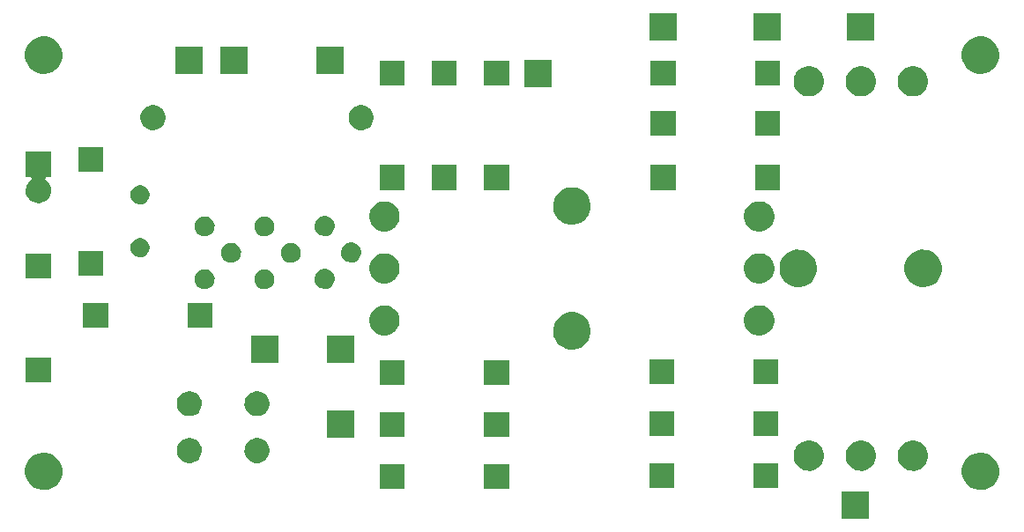
<source format=gbs>
G04 #@! TF.FileFunction,Soldermask,Bot*
%FSLAX46Y46*%
G04 Gerber Fmt 4.6, Leading zero omitted, Abs format (unit mm)*
G04 Created by KiCad (PCBNEW 4.0.5+dfsg1-4) date Sun May  6 19:35:37 2018*
%MOMM*%
%LPD*%
G01*
G04 APERTURE LIST*
%ADD10C,0.100000*%
G04 APERTURE END LIST*
D10*
G36*
X134317600Y-124567600D02*
X131682400Y-124567600D01*
X131682400Y-121932400D01*
X134317600Y-121932400D01*
X134317600Y-124567600D01*
X134317600Y-124567600D01*
G37*
G36*
X55189061Y-118201190D02*
X55534852Y-118272171D01*
X55860272Y-118408965D01*
X56152919Y-118606358D01*
X56401657Y-118856838D01*
X56597003Y-119150858D01*
X56731521Y-119477222D01*
X56799812Y-119822114D01*
X56799811Y-119822159D01*
X56800077Y-119823501D01*
X56794447Y-120226691D01*
X56794143Y-120228031D01*
X56794142Y-120228069D01*
X56716248Y-120570923D01*
X56572672Y-120893399D01*
X56369189Y-121181855D01*
X56113560Y-121425288D01*
X55815510Y-121614435D01*
X55486400Y-121742089D01*
X55138760Y-121803387D01*
X54785839Y-121795995D01*
X54441081Y-121720194D01*
X54117596Y-121578867D01*
X53827736Y-121377410D01*
X53582518Y-121123479D01*
X53391296Y-120826760D01*
X53261348Y-120498550D01*
X53197626Y-120151353D01*
X53202554Y-119798379D01*
X53275947Y-119453099D01*
X53415008Y-119128645D01*
X53614442Y-118837378D01*
X53866651Y-118590397D01*
X54162027Y-118397108D01*
X54489327Y-118264871D01*
X54836070Y-118198726D01*
X55189061Y-118201190D01*
X55189061Y-118201190D01*
G37*
G36*
X145189061Y-118201190D02*
X145534852Y-118272171D01*
X145860272Y-118408965D01*
X146152919Y-118606358D01*
X146401657Y-118856838D01*
X146597003Y-119150858D01*
X146731521Y-119477222D01*
X146799812Y-119822114D01*
X146799811Y-119822159D01*
X146800077Y-119823501D01*
X146794447Y-120226691D01*
X146794143Y-120228031D01*
X146794142Y-120228069D01*
X146716248Y-120570923D01*
X146572672Y-120893399D01*
X146369189Y-121181855D01*
X146113560Y-121425288D01*
X145815510Y-121614435D01*
X145486400Y-121742089D01*
X145138760Y-121803387D01*
X144785839Y-121795995D01*
X144441081Y-121720194D01*
X144117596Y-121578867D01*
X143827736Y-121377410D01*
X143582518Y-121123479D01*
X143391296Y-120826760D01*
X143261348Y-120498550D01*
X143197626Y-120151353D01*
X143202554Y-119798379D01*
X143275947Y-119453099D01*
X143415008Y-119128645D01*
X143614442Y-118837378D01*
X143866651Y-118590397D01*
X144162027Y-118397108D01*
X144489327Y-118264871D01*
X144836070Y-118198726D01*
X145189061Y-118201190D01*
X145189061Y-118201190D01*
G37*
G36*
X89699490Y-121699490D02*
X87300510Y-121699490D01*
X87300510Y-119300510D01*
X89699490Y-119300510D01*
X89699490Y-121699490D01*
X89699490Y-121699490D01*
G37*
G36*
X99702010Y-121699490D02*
X97303030Y-121699490D01*
X97303030Y-119300510D01*
X99702010Y-119300510D01*
X99702010Y-121699490D01*
X99702010Y-121699490D01*
G37*
G36*
X125590635Y-121626851D02*
X123191655Y-121626851D01*
X123191655Y-119227871D01*
X125590635Y-119227871D01*
X125590635Y-121626851D01*
X125590635Y-121626851D01*
G37*
G36*
X115588115Y-121626851D02*
X113189135Y-121626851D01*
X113189135Y-119227871D01*
X115588115Y-119227871D01*
X115588115Y-121626851D01*
X115588115Y-121626851D01*
G37*
G36*
X128652300Y-117050957D02*
X128930852Y-117108136D01*
X129192997Y-117218331D01*
X129428743Y-117377343D01*
X129629115Y-117579119D01*
X129786476Y-117815968D01*
X129894838Y-118078872D01*
X129949797Y-118356433D01*
X129949796Y-118356478D01*
X129950062Y-118357820D01*
X129945527Y-118682613D01*
X129945223Y-118683953D01*
X129945222Y-118683990D01*
X129882535Y-118959911D01*
X129766877Y-119219684D01*
X129602961Y-119452049D01*
X129397033Y-119648152D01*
X129156940Y-119800519D01*
X128891819Y-119903353D01*
X128611783Y-119952731D01*
X128327481Y-119946776D01*
X128049757Y-119885714D01*
X127789177Y-119771870D01*
X127555674Y-119609580D01*
X127358138Y-119405026D01*
X127204098Y-119166002D01*
X127099417Y-118901609D01*
X127048086Y-118621926D01*
X127052056Y-118337586D01*
X127111178Y-118059439D01*
X127223200Y-117798072D01*
X127383853Y-117563444D01*
X127587026Y-117364483D01*
X127824963Y-117208781D01*
X128088626Y-117102254D01*
X128367944Y-117048972D01*
X128652300Y-117050957D01*
X128652300Y-117050957D01*
G37*
G36*
X138652300Y-117050957D02*
X138930852Y-117108136D01*
X139192997Y-117218331D01*
X139428743Y-117377343D01*
X139629115Y-117579119D01*
X139786476Y-117815968D01*
X139894838Y-118078872D01*
X139949797Y-118356433D01*
X139949796Y-118356478D01*
X139950062Y-118357820D01*
X139945527Y-118682613D01*
X139945223Y-118683953D01*
X139945222Y-118683990D01*
X139882535Y-118959911D01*
X139766877Y-119219684D01*
X139602961Y-119452049D01*
X139397033Y-119648152D01*
X139156940Y-119800519D01*
X138891819Y-119903353D01*
X138611783Y-119952731D01*
X138327481Y-119946776D01*
X138049757Y-119885714D01*
X137789177Y-119771870D01*
X137555674Y-119609580D01*
X137358138Y-119405026D01*
X137204098Y-119166002D01*
X137099417Y-118901609D01*
X137048086Y-118621926D01*
X137052056Y-118337586D01*
X137111178Y-118059439D01*
X137223200Y-117798072D01*
X137383853Y-117563444D01*
X137587026Y-117364483D01*
X137824963Y-117208781D01*
X138088626Y-117102254D01*
X138367944Y-117048972D01*
X138652300Y-117050957D01*
X138652300Y-117050957D01*
G37*
G36*
X133652300Y-117050957D02*
X133930852Y-117108136D01*
X134192997Y-117218331D01*
X134428743Y-117377343D01*
X134629115Y-117579119D01*
X134786476Y-117815968D01*
X134894838Y-118078872D01*
X134949797Y-118356433D01*
X134949796Y-118356478D01*
X134950062Y-118357820D01*
X134945527Y-118682613D01*
X134945223Y-118683953D01*
X134945222Y-118683990D01*
X134882535Y-118959911D01*
X134766877Y-119219684D01*
X134602961Y-119452049D01*
X134397033Y-119648152D01*
X134156940Y-119800519D01*
X133891819Y-119903353D01*
X133611783Y-119952731D01*
X133327481Y-119946776D01*
X133049757Y-119885714D01*
X132789177Y-119771870D01*
X132555674Y-119609580D01*
X132358138Y-119405026D01*
X132204098Y-119166002D01*
X132099417Y-118901609D01*
X132048086Y-118621926D01*
X132052056Y-118337586D01*
X132111178Y-118059439D01*
X132223200Y-117798072D01*
X132383853Y-117563444D01*
X132587026Y-117364483D01*
X132824963Y-117208781D01*
X133088626Y-117102254D01*
X133367944Y-117048972D01*
X133652300Y-117050957D01*
X133652300Y-117050957D01*
G37*
G36*
X69126041Y-116800790D02*
X69356567Y-116848111D01*
X69573517Y-116939308D01*
X69768614Y-117070903D01*
X69934441Y-117237892D01*
X70064671Y-117433904D01*
X70154350Y-117651480D01*
X70199786Y-117880947D01*
X70199785Y-117880992D01*
X70200051Y-117882334D01*
X70196298Y-118151128D01*
X70195994Y-118152468D01*
X70195993Y-118152506D01*
X70144168Y-118380617D01*
X70048451Y-118595600D01*
X69912794Y-118787906D01*
X69742374Y-118950195D01*
X69543675Y-119076294D01*
X69324270Y-119161395D01*
X69092505Y-119202261D01*
X68857230Y-119197333D01*
X68627378Y-119146797D01*
X68411735Y-119052584D01*
X68218484Y-118918271D01*
X68055012Y-118748992D01*
X67927527Y-118551173D01*
X67840896Y-118332367D01*
X67798415Y-118100904D01*
X67801700Y-117865588D01*
X67850629Y-117635397D01*
X67943337Y-117419093D01*
X68076291Y-117224919D01*
X68244433Y-117060263D01*
X68441352Y-116931402D01*
X68659551Y-116843244D01*
X68890712Y-116799148D01*
X69126041Y-116800790D01*
X69126041Y-116800790D01*
G37*
G36*
X75626041Y-116800790D02*
X75856567Y-116848111D01*
X76073517Y-116939308D01*
X76268614Y-117070903D01*
X76434441Y-117237892D01*
X76564671Y-117433904D01*
X76654350Y-117651480D01*
X76699786Y-117880947D01*
X76699785Y-117880992D01*
X76700051Y-117882334D01*
X76696298Y-118151128D01*
X76695994Y-118152468D01*
X76695993Y-118152506D01*
X76644168Y-118380617D01*
X76548451Y-118595600D01*
X76412794Y-118787906D01*
X76242374Y-118950195D01*
X76043675Y-119076294D01*
X75824270Y-119161395D01*
X75592505Y-119202261D01*
X75357230Y-119197333D01*
X75127378Y-119146797D01*
X74911735Y-119052584D01*
X74718484Y-118918271D01*
X74555012Y-118748992D01*
X74427527Y-118551173D01*
X74340896Y-118332367D01*
X74298415Y-118100904D01*
X74301700Y-117865588D01*
X74350629Y-117635397D01*
X74443337Y-117419093D01*
X74576291Y-117224919D01*
X74744433Y-117060263D01*
X74941352Y-116931402D01*
X75159551Y-116843244D01*
X75390712Y-116799148D01*
X75626041Y-116800790D01*
X75626041Y-116800790D01*
G37*
G36*
X84817600Y-116817600D02*
X82182400Y-116817600D01*
X82182400Y-114182400D01*
X84817600Y-114182400D01*
X84817600Y-116817600D01*
X84817600Y-116817600D01*
G37*
G36*
X89699490Y-116699490D02*
X87300510Y-116699490D01*
X87300510Y-114300510D01*
X89699490Y-114300510D01*
X89699490Y-116699490D01*
X89699490Y-116699490D01*
G37*
G36*
X99702010Y-116699490D02*
X97303030Y-116699490D01*
X97303030Y-114300510D01*
X99702010Y-114300510D01*
X99702010Y-116699490D01*
X99702010Y-116699490D01*
G37*
G36*
X115588115Y-116626851D02*
X113189135Y-116626851D01*
X113189135Y-114227871D01*
X115588115Y-114227871D01*
X115588115Y-116626851D01*
X115588115Y-116626851D01*
G37*
G36*
X125590635Y-116626851D02*
X123191655Y-116626851D01*
X123191655Y-114227871D01*
X125590635Y-114227871D01*
X125590635Y-116626851D01*
X125590635Y-116626851D01*
G37*
G36*
X69126041Y-112300790D02*
X69356567Y-112348111D01*
X69573517Y-112439308D01*
X69768614Y-112570903D01*
X69934441Y-112737892D01*
X70064671Y-112933904D01*
X70154350Y-113151480D01*
X70199786Y-113380947D01*
X70199785Y-113380992D01*
X70200051Y-113382334D01*
X70196298Y-113651128D01*
X70195994Y-113652468D01*
X70195993Y-113652506D01*
X70144168Y-113880617D01*
X70048451Y-114095600D01*
X69912794Y-114287906D01*
X69742374Y-114450195D01*
X69543675Y-114576294D01*
X69324270Y-114661395D01*
X69092505Y-114702261D01*
X68857230Y-114697333D01*
X68627378Y-114646797D01*
X68411735Y-114552584D01*
X68218484Y-114418271D01*
X68055012Y-114248992D01*
X67927527Y-114051173D01*
X67840896Y-113832367D01*
X67798415Y-113600904D01*
X67801700Y-113365588D01*
X67850629Y-113135397D01*
X67943337Y-112919093D01*
X68076291Y-112724919D01*
X68244433Y-112560263D01*
X68441352Y-112431402D01*
X68659551Y-112343244D01*
X68890712Y-112299148D01*
X69126041Y-112300790D01*
X69126041Y-112300790D01*
G37*
G36*
X75626041Y-112300790D02*
X75856567Y-112348111D01*
X76073517Y-112439308D01*
X76268614Y-112570903D01*
X76434441Y-112737892D01*
X76564671Y-112933904D01*
X76654350Y-113151480D01*
X76699786Y-113380947D01*
X76699785Y-113380992D01*
X76700051Y-113382334D01*
X76696298Y-113651128D01*
X76695994Y-113652468D01*
X76695993Y-113652506D01*
X76644168Y-113880617D01*
X76548451Y-114095600D01*
X76412794Y-114287906D01*
X76242374Y-114450195D01*
X76043675Y-114576294D01*
X75824270Y-114661395D01*
X75592505Y-114702261D01*
X75357230Y-114697333D01*
X75127378Y-114646797D01*
X74911735Y-114552584D01*
X74718484Y-114418271D01*
X74555012Y-114248992D01*
X74427527Y-114051173D01*
X74340896Y-113832367D01*
X74298415Y-113600904D01*
X74301700Y-113365588D01*
X74350629Y-113135397D01*
X74443337Y-112919093D01*
X74576291Y-112724919D01*
X74744433Y-112560263D01*
X74941352Y-112431402D01*
X75159551Y-112343244D01*
X75390712Y-112299148D01*
X75626041Y-112300790D01*
X75626041Y-112300790D01*
G37*
G36*
X99702010Y-111699490D02*
X97303030Y-111699490D01*
X97303030Y-109300510D01*
X99702010Y-109300510D01*
X99702010Y-111699490D01*
X99702010Y-111699490D01*
G37*
G36*
X89699490Y-111699490D02*
X87300510Y-111699490D01*
X87300510Y-109300510D01*
X89699490Y-109300510D01*
X89699490Y-111699490D01*
X89699490Y-111699490D01*
G37*
G36*
X115588115Y-111626851D02*
X113189135Y-111626851D01*
X113189135Y-109227871D01*
X115588115Y-109227871D01*
X115588115Y-111626851D01*
X115588115Y-111626851D01*
G37*
G36*
X125590635Y-111626851D02*
X123191655Y-111626851D01*
X123191655Y-109227871D01*
X125590635Y-109227871D01*
X125590635Y-111626851D01*
X125590635Y-111626851D01*
G37*
G36*
X55699490Y-111450750D02*
X53300510Y-111450750D01*
X53300510Y-109051770D01*
X55699490Y-109051770D01*
X55699490Y-111450750D01*
X55699490Y-111450750D01*
G37*
G36*
X77567600Y-109567600D02*
X74932400Y-109567600D01*
X74932400Y-106932400D01*
X77567600Y-106932400D01*
X77567600Y-109567600D01*
X77567600Y-109567600D01*
G37*
G36*
X84817600Y-109567600D02*
X82182400Y-109567600D01*
X82182400Y-106932400D01*
X84817600Y-106932400D01*
X84817600Y-109567600D01*
X84817600Y-109567600D01*
G37*
G36*
X105939061Y-104701190D02*
X106284852Y-104772171D01*
X106610272Y-104908965D01*
X106902919Y-105106358D01*
X107151657Y-105356838D01*
X107347003Y-105650858D01*
X107481521Y-105977222D01*
X107549812Y-106322114D01*
X107549811Y-106322159D01*
X107550077Y-106323501D01*
X107544447Y-106726691D01*
X107544143Y-106728031D01*
X107544142Y-106728069D01*
X107466248Y-107070923D01*
X107322672Y-107393399D01*
X107119189Y-107681855D01*
X106863560Y-107925288D01*
X106565510Y-108114435D01*
X106236400Y-108242089D01*
X105888760Y-108303387D01*
X105535839Y-108295995D01*
X105191081Y-108220194D01*
X104867596Y-108078867D01*
X104577736Y-107877410D01*
X104332518Y-107623479D01*
X104141296Y-107326760D01*
X104011348Y-106998550D01*
X103947626Y-106651353D01*
X103952554Y-106298379D01*
X104025947Y-105953099D01*
X104165008Y-105628645D01*
X104364442Y-105337378D01*
X104616651Y-105090397D01*
X104912027Y-104897108D01*
X105239327Y-104764871D01*
X105586070Y-104698726D01*
X105939061Y-104701190D01*
X105939061Y-104701190D01*
G37*
G36*
X87902300Y-104050957D02*
X88180852Y-104108136D01*
X88442997Y-104218331D01*
X88678743Y-104377343D01*
X88879115Y-104579119D01*
X89036476Y-104815968D01*
X89144838Y-105078872D01*
X89199797Y-105356433D01*
X89199796Y-105356478D01*
X89200062Y-105357820D01*
X89195527Y-105682613D01*
X89195223Y-105683953D01*
X89195222Y-105683990D01*
X89132535Y-105959911D01*
X89016877Y-106219684D01*
X88852961Y-106452049D01*
X88647033Y-106648152D01*
X88406940Y-106800519D01*
X88141819Y-106903353D01*
X87861783Y-106952731D01*
X87577481Y-106946776D01*
X87299757Y-106885714D01*
X87039177Y-106771870D01*
X86805674Y-106609580D01*
X86608138Y-106405026D01*
X86454098Y-106166002D01*
X86349417Y-105901609D01*
X86298086Y-105621926D01*
X86302056Y-105337586D01*
X86361178Y-105059439D01*
X86473200Y-104798072D01*
X86633853Y-104563444D01*
X86837026Y-104364483D01*
X87074963Y-104208781D01*
X87338626Y-104102254D01*
X87617944Y-104048972D01*
X87902300Y-104050957D01*
X87902300Y-104050957D01*
G37*
G36*
X123902300Y-104050957D02*
X124180852Y-104108136D01*
X124442997Y-104218331D01*
X124678743Y-104377343D01*
X124879115Y-104579119D01*
X125036476Y-104815968D01*
X125144838Y-105078872D01*
X125199797Y-105356433D01*
X125199796Y-105356478D01*
X125200062Y-105357820D01*
X125195527Y-105682613D01*
X125195223Y-105683953D01*
X125195222Y-105683990D01*
X125132535Y-105959911D01*
X125016877Y-106219684D01*
X124852961Y-106452049D01*
X124647033Y-106648152D01*
X124406940Y-106800519D01*
X124141819Y-106903353D01*
X123861783Y-106952731D01*
X123577481Y-106946776D01*
X123299757Y-106885714D01*
X123039177Y-106771870D01*
X122805674Y-106609580D01*
X122608138Y-106405026D01*
X122454098Y-106166002D01*
X122349417Y-105901609D01*
X122298086Y-105621926D01*
X122302056Y-105337586D01*
X122361178Y-105059439D01*
X122473200Y-104798072D01*
X122633853Y-104563444D01*
X122837026Y-104364483D01*
X123074963Y-104208781D01*
X123338626Y-104102254D01*
X123617944Y-104048972D01*
X123902300Y-104050957D01*
X123902300Y-104050957D01*
G37*
G36*
X71202010Y-106199490D02*
X68803030Y-106199490D01*
X68803030Y-103800510D01*
X71202010Y-103800510D01*
X71202010Y-106199490D01*
X71202010Y-106199490D01*
G37*
G36*
X61199490Y-106199490D02*
X58800510Y-106199490D01*
X58800510Y-103800510D01*
X61199490Y-103800510D01*
X61199490Y-106199490D01*
X61199490Y-106199490D01*
G37*
G36*
X70561043Y-100578632D02*
X70745848Y-100616568D01*
X70919770Y-100689678D01*
X71076173Y-100795173D01*
X71209111Y-100929042D01*
X71313513Y-101086179D01*
X71385405Y-101260602D01*
X71421775Y-101444284D01*
X71421774Y-101444320D01*
X71422042Y-101445671D01*
X71419033Y-101661154D01*
X71418727Y-101662499D01*
X71418727Y-101662534D01*
X71377244Y-101845125D01*
X71300507Y-102017477D01*
X71191759Y-102171637D01*
X71055138Y-102301740D01*
X70895847Y-102402829D01*
X70719956Y-102471053D01*
X70534159Y-102503814D01*
X70345545Y-102499863D01*
X70161281Y-102459350D01*
X69988407Y-102383823D01*
X69833487Y-102276151D01*
X69702429Y-102140437D01*
X69600235Y-101981862D01*
X69530784Y-101806448D01*
X69496728Y-101620892D01*
X69499362Y-101432241D01*
X69538585Y-101247712D01*
X69612905Y-101074310D01*
X69719494Y-100918641D01*
X69854287Y-100786642D01*
X70012150Y-100683339D01*
X70187073Y-100612666D01*
X70372388Y-100577315D01*
X70561043Y-100578632D01*
X70561043Y-100578632D01*
G37*
G36*
X76311043Y-100578632D02*
X76495848Y-100616568D01*
X76669770Y-100689678D01*
X76826173Y-100795173D01*
X76959111Y-100929042D01*
X77063513Y-101086179D01*
X77135405Y-101260602D01*
X77171775Y-101444284D01*
X77171774Y-101444320D01*
X77172042Y-101445671D01*
X77169033Y-101661154D01*
X77168727Y-101662499D01*
X77168727Y-101662534D01*
X77127244Y-101845125D01*
X77050507Y-102017477D01*
X76941759Y-102171637D01*
X76805138Y-102301740D01*
X76645847Y-102402829D01*
X76469956Y-102471053D01*
X76284159Y-102503814D01*
X76095545Y-102499863D01*
X75911281Y-102459350D01*
X75738407Y-102383823D01*
X75583487Y-102276151D01*
X75452429Y-102140437D01*
X75350235Y-101981862D01*
X75280784Y-101806448D01*
X75246728Y-101620892D01*
X75249362Y-101432241D01*
X75288585Y-101247712D01*
X75362905Y-101074310D01*
X75469494Y-100918641D01*
X75604287Y-100786642D01*
X75762150Y-100683339D01*
X75937073Y-100612666D01*
X76122388Y-100577315D01*
X76311043Y-100578632D01*
X76311043Y-100578632D01*
G37*
G36*
X82101043Y-100538632D02*
X82285848Y-100576568D01*
X82459770Y-100649678D01*
X82616173Y-100755173D01*
X82749111Y-100889042D01*
X82853513Y-101046179D01*
X82925405Y-101220602D01*
X82961775Y-101404284D01*
X82961774Y-101404320D01*
X82962042Y-101405671D01*
X82959033Y-101621154D01*
X82958727Y-101622499D01*
X82958727Y-101622534D01*
X82917244Y-101805125D01*
X82840507Y-101977477D01*
X82731759Y-102131637D01*
X82595138Y-102261740D01*
X82435847Y-102362829D01*
X82259956Y-102431053D01*
X82074159Y-102463814D01*
X81885545Y-102459863D01*
X81701281Y-102419350D01*
X81528407Y-102343823D01*
X81373487Y-102236151D01*
X81242429Y-102100437D01*
X81140235Y-101941862D01*
X81070784Y-101766448D01*
X81036728Y-101580892D01*
X81039362Y-101392241D01*
X81078585Y-101207712D01*
X81152905Y-101034310D01*
X81259494Y-100878641D01*
X81394287Y-100746642D01*
X81552150Y-100643339D01*
X81727073Y-100572666D01*
X81912388Y-100537315D01*
X82101043Y-100538632D01*
X82101043Y-100538632D01*
G37*
G36*
X127689061Y-98701190D02*
X128034852Y-98772171D01*
X128360272Y-98908965D01*
X128652919Y-99106358D01*
X128901657Y-99356838D01*
X129097003Y-99650858D01*
X129231521Y-99977222D01*
X129299812Y-100322114D01*
X129299811Y-100322159D01*
X129300077Y-100323501D01*
X129294447Y-100726691D01*
X129294143Y-100728031D01*
X129294142Y-100728069D01*
X129216248Y-101070923D01*
X129072672Y-101393399D01*
X128869189Y-101681855D01*
X128613560Y-101925288D01*
X128315510Y-102114435D01*
X127986400Y-102242089D01*
X127638760Y-102303387D01*
X127285839Y-102295995D01*
X126941081Y-102220194D01*
X126617596Y-102078867D01*
X126327736Y-101877410D01*
X126082518Y-101623479D01*
X125891296Y-101326760D01*
X125761348Y-100998550D01*
X125697626Y-100651353D01*
X125702554Y-100298379D01*
X125775947Y-99953099D01*
X125915008Y-99628645D01*
X126114442Y-99337378D01*
X126366651Y-99090397D01*
X126662027Y-98897108D01*
X126989327Y-98764871D01*
X127336070Y-98698726D01*
X127689061Y-98701190D01*
X127689061Y-98701190D01*
G37*
G36*
X139689061Y-98701190D02*
X140034852Y-98772171D01*
X140360272Y-98908965D01*
X140652919Y-99106358D01*
X140901657Y-99356838D01*
X141097003Y-99650858D01*
X141231521Y-99977222D01*
X141299812Y-100322114D01*
X141299811Y-100322159D01*
X141300077Y-100323501D01*
X141294447Y-100726691D01*
X141294143Y-100728031D01*
X141294142Y-100728069D01*
X141216248Y-101070923D01*
X141072672Y-101393399D01*
X140869189Y-101681855D01*
X140613560Y-101925288D01*
X140315510Y-102114435D01*
X139986400Y-102242089D01*
X139638760Y-102303387D01*
X139285839Y-102295995D01*
X138941081Y-102220194D01*
X138617596Y-102078867D01*
X138327736Y-101877410D01*
X138082518Y-101623479D01*
X137891296Y-101326760D01*
X137761348Y-100998550D01*
X137697626Y-100651353D01*
X137702554Y-100298379D01*
X137775947Y-99953099D01*
X137915008Y-99628645D01*
X138114442Y-99337378D01*
X138366651Y-99090397D01*
X138662027Y-98897108D01*
X138989327Y-98764871D01*
X139336070Y-98698726D01*
X139689061Y-98701190D01*
X139689061Y-98701190D01*
G37*
G36*
X87902300Y-99050957D02*
X88180852Y-99108136D01*
X88442997Y-99218331D01*
X88678743Y-99377343D01*
X88879115Y-99579119D01*
X89036476Y-99815968D01*
X89144838Y-100078872D01*
X89199797Y-100356433D01*
X89199796Y-100356478D01*
X89200062Y-100357820D01*
X89195527Y-100682613D01*
X89195223Y-100683953D01*
X89195222Y-100683990D01*
X89132535Y-100959911D01*
X89016877Y-101219684D01*
X88852961Y-101452049D01*
X88647033Y-101648152D01*
X88406940Y-101800519D01*
X88141819Y-101903353D01*
X87861783Y-101952731D01*
X87577481Y-101946776D01*
X87299757Y-101885714D01*
X87039177Y-101771870D01*
X86805674Y-101609580D01*
X86608138Y-101405026D01*
X86454098Y-101166002D01*
X86349417Y-100901609D01*
X86298086Y-100621926D01*
X86302056Y-100337586D01*
X86361178Y-100059439D01*
X86473200Y-99798072D01*
X86633853Y-99563444D01*
X86837026Y-99364483D01*
X87074963Y-99208781D01*
X87338626Y-99102254D01*
X87617944Y-99048972D01*
X87902300Y-99050957D01*
X87902300Y-99050957D01*
G37*
G36*
X123902300Y-99050957D02*
X124180852Y-99108136D01*
X124442997Y-99218331D01*
X124678743Y-99377343D01*
X124879115Y-99579119D01*
X125036476Y-99815968D01*
X125144838Y-100078872D01*
X125199797Y-100356433D01*
X125199796Y-100356478D01*
X125200062Y-100357820D01*
X125195527Y-100682613D01*
X125195223Y-100683953D01*
X125195222Y-100683990D01*
X125132535Y-100959911D01*
X125016877Y-101219684D01*
X124852961Y-101452049D01*
X124647033Y-101648152D01*
X124406940Y-101800519D01*
X124141819Y-101903353D01*
X123861783Y-101952731D01*
X123577481Y-101946776D01*
X123299757Y-101885714D01*
X123039177Y-101771870D01*
X122805674Y-101609580D01*
X122608138Y-101405026D01*
X122454098Y-101166002D01*
X122349417Y-100901609D01*
X122298086Y-100621926D01*
X122302056Y-100337586D01*
X122361178Y-100059439D01*
X122473200Y-99798072D01*
X122633853Y-99563444D01*
X122837026Y-99364483D01*
X123074963Y-99208781D01*
X123338626Y-99102254D01*
X123617944Y-99048972D01*
X123902300Y-99050957D01*
X123902300Y-99050957D01*
G37*
G36*
X55699490Y-101448230D02*
X53300510Y-101448230D01*
X53300510Y-99049250D01*
X55699490Y-99049250D01*
X55699490Y-101448230D01*
X55699490Y-101448230D01*
G37*
G36*
X60699490Y-101200750D02*
X58300510Y-101200750D01*
X58300510Y-98801770D01*
X60699490Y-98801770D01*
X60699490Y-101200750D01*
X60699490Y-101200750D01*
G37*
G36*
X78851043Y-98038632D02*
X79035848Y-98076568D01*
X79209770Y-98149678D01*
X79366173Y-98255173D01*
X79499111Y-98389042D01*
X79603513Y-98546179D01*
X79675405Y-98720602D01*
X79711775Y-98904284D01*
X79711774Y-98904320D01*
X79712042Y-98905671D01*
X79709033Y-99121154D01*
X79708727Y-99122499D01*
X79708727Y-99122534D01*
X79667244Y-99305125D01*
X79590507Y-99477477D01*
X79481759Y-99631637D01*
X79345138Y-99761740D01*
X79185847Y-99862829D01*
X79009956Y-99931053D01*
X78824159Y-99963814D01*
X78635545Y-99959863D01*
X78451281Y-99919350D01*
X78278407Y-99843823D01*
X78123487Y-99736151D01*
X77992429Y-99600437D01*
X77890235Y-99441862D01*
X77820784Y-99266448D01*
X77786728Y-99080892D01*
X77789362Y-98892241D01*
X77828585Y-98707712D01*
X77902905Y-98534310D01*
X78009494Y-98378641D01*
X78144287Y-98246642D01*
X78302150Y-98143339D01*
X78477073Y-98072666D01*
X78662388Y-98037315D01*
X78851043Y-98038632D01*
X78851043Y-98038632D01*
G37*
G36*
X73101043Y-98038632D02*
X73285848Y-98076568D01*
X73459770Y-98149678D01*
X73616173Y-98255173D01*
X73749111Y-98389042D01*
X73853513Y-98546179D01*
X73925405Y-98720602D01*
X73961775Y-98904284D01*
X73961774Y-98904320D01*
X73962042Y-98905671D01*
X73959033Y-99121154D01*
X73958727Y-99122499D01*
X73958727Y-99122534D01*
X73917244Y-99305125D01*
X73840507Y-99477477D01*
X73731759Y-99631637D01*
X73595138Y-99761740D01*
X73435847Y-99862829D01*
X73259956Y-99931053D01*
X73074159Y-99963814D01*
X72885545Y-99959863D01*
X72701281Y-99919350D01*
X72528407Y-99843823D01*
X72373487Y-99736151D01*
X72242429Y-99600437D01*
X72140235Y-99441862D01*
X72070784Y-99266448D01*
X72036728Y-99080892D01*
X72039362Y-98892241D01*
X72078585Y-98707712D01*
X72152905Y-98534310D01*
X72259494Y-98378641D01*
X72394287Y-98246642D01*
X72552150Y-98143339D01*
X72727073Y-98072666D01*
X72912388Y-98037315D01*
X73101043Y-98038632D01*
X73101043Y-98038632D01*
G37*
G36*
X84641043Y-97998632D02*
X84825848Y-98036568D01*
X84999770Y-98109678D01*
X85156173Y-98215173D01*
X85289111Y-98349042D01*
X85393513Y-98506179D01*
X85465405Y-98680602D01*
X85501775Y-98864284D01*
X85501774Y-98864320D01*
X85502042Y-98865671D01*
X85499033Y-99081154D01*
X85498727Y-99082499D01*
X85498727Y-99082534D01*
X85457244Y-99265125D01*
X85380507Y-99437477D01*
X85271759Y-99591637D01*
X85135138Y-99721740D01*
X84975847Y-99822829D01*
X84799956Y-99891053D01*
X84614159Y-99923814D01*
X84425545Y-99919863D01*
X84241281Y-99879350D01*
X84068407Y-99803823D01*
X83913487Y-99696151D01*
X83782429Y-99560437D01*
X83680235Y-99401862D01*
X83610784Y-99226448D01*
X83576728Y-99040892D01*
X83579362Y-98852241D01*
X83618585Y-98667712D01*
X83692905Y-98494310D01*
X83799494Y-98338641D01*
X83934287Y-98206642D01*
X84092150Y-98103339D01*
X84267073Y-98032666D01*
X84452388Y-97997315D01*
X84641043Y-97998632D01*
X84641043Y-97998632D01*
G37*
G36*
X64345708Y-97589398D02*
X64520756Y-97625330D01*
X64685486Y-97694576D01*
X64833639Y-97794507D01*
X64959552Y-97921302D01*
X65058444Y-98070145D01*
X65126539Y-98235356D01*
X65160974Y-98409270D01*
X65160973Y-98409311D01*
X65161239Y-98410652D01*
X65158389Y-98614756D01*
X65158087Y-98616087D01*
X65158086Y-98616131D01*
X65118807Y-98789015D01*
X65046126Y-98952259D01*
X64943116Y-99098285D01*
X64813712Y-99221516D01*
X64662831Y-99317267D01*
X64496229Y-99381888D01*
X64320242Y-99412919D01*
X64141591Y-99409177D01*
X63967058Y-99370804D01*
X63803306Y-99299263D01*
X63656567Y-99197276D01*
X63532437Y-99068735D01*
X63435634Y-98918526D01*
X63369851Y-98752378D01*
X63337593Y-98576616D01*
X63340088Y-98397941D01*
X63377242Y-98223142D01*
X63447637Y-98058899D01*
X63548596Y-97911451D01*
X63676269Y-97786425D01*
X63825799Y-97688575D01*
X63991486Y-97621634D01*
X64167013Y-97588150D01*
X64345708Y-97589398D01*
X64345708Y-97589398D01*
G37*
G36*
X70561043Y-95498632D02*
X70745848Y-95536568D01*
X70919770Y-95609678D01*
X71076173Y-95715173D01*
X71209111Y-95849042D01*
X71313513Y-96006179D01*
X71385405Y-96180602D01*
X71421775Y-96364284D01*
X71421774Y-96364320D01*
X71422042Y-96365671D01*
X71419033Y-96581154D01*
X71418727Y-96582499D01*
X71418727Y-96582534D01*
X71377244Y-96765125D01*
X71300507Y-96937477D01*
X71191759Y-97091637D01*
X71055138Y-97221740D01*
X70895847Y-97322829D01*
X70719956Y-97391053D01*
X70534159Y-97423814D01*
X70345545Y-97419863D01*
X70161281Y-97379350D01*
X69988407Y-97303823D01*
X69833487Y-97196151D01*
X69702429Y-97060437D01*
X69600235Y-96901862D01*
X69530784Y-96726448D01*
X69496728Y-96540892D01*
X69499362Y-96352241D01*
X69538585Y-96167712D01*
X69612905Y-95994310D01*
X69719494Y-95838641D01*
X69854287Y-95706642D01*
X70012150Y-95603339D01*
X70187073Y-95532666D01*
X70372388Y-95497315D01*
X70561043Y-95498632D01*
X70561043Y-95498632D01*
G37*
G36*
X76311043Y-95498632D02*
X76495848Y-95536568D01*
X76669770Y-95609678D01*
X76826173Y-95715173D01*
X76959111Y-95849042D01*
X77063513Y-96006179D01*
X77135405Y-96180602D01*
X77171775Y-96364284D01*
X77171774Y-96364320D01*
X77172042Y-96365671D01*
X77169033Y-96581154D01*
X77168727Y-96582499D01*
X77168727Y-96582534D01*
X77127244Y-96765125D01*
X77050507Y-96937477D01*
X76941759Y-97091637D01*
X76805138Y-97221740D01*
X76645847Y-97322829D01*
X76469956Y-97391053D01*
X76284159Y-97423814D01*
X76095545Y-97419863D01*
X75911281Y-97379350D01*
X75738407Y-97303823D01*
X75583487Y-97196151D01*
X75452429Y-97060437D01*
X75350235Y-96901862D01*
X75280784Y-96726448D01*
X75246728Y-96540892D01*
X75249362Y-96352241D01*
X75288585Y-96167712D01*
X75362905Y-95994310D01*
X75469494Y-95838641D01*
X75604287Y-95706642D01*
X75762150Y-95603339D01*
X75937073Y-95532666D01*
X76122388Y-95497315D01*
X76311043Y-95498632D01*
X76311043Y-95498632D01*
G37*
G36*
X82101043Y-95458632D02*
X82285848Y-95496568D01*
X82459770Y-95569678D01*
X82616173Y-95675173D01*
X82749111Y-95809042D01*
X82853513Y-95966179D01*
X82925405Y-96140602D01*
X82961775Y-96324284D01*
X82961774Y-96324320D01*
X82962042Y-96325671D01*
X82959033Y-96541154D01*
X82958727Y-96542499D01*
X82958727Y-96542534D01*
X82917244Y-96725125D01*
X82840507Y-96897477D01*
X82731759Y-97051637D01*
X82595138Y-97181740D01*
X82435847Y-97282829D01*
X82259956Y-97351053D01*
X82074159Y-97383814D01*
X81885545Y-97379863D01*
X81701281Y-97339350D01*
X81528407Y-97263823D01*
X81373487Y-97156151D01*
X81242429Y-97020437D01*
X81140235Y-96861862D01*
X81070784Y-96686448D01*
X81036728Y-96500892D01*
X81039362Y-96312241D01*
X81078585Y-96127712D01*
X81152905Y-95954310D01*
X81259494Y-95798641D01*
X81394287Y-95666642D01*
X81552150Y-95563339D01*
X81727073Y-95492666D01*
X81912388Y-95457315D01*
X82101043Y-95458632D01*
X82101043Y-95458632D01*
G37*
G36*
X123902300Y-94050957D02*
X124180852Y-94108136D01*
X124442997Y-94218331D01*
X124678743Y-94377343D01*
X124879115Y-94579119D01*
X125036476Y-94815968D01*
X125144838Y-95078872D01*
X125199797Y-95356433D01*
X125199796Y-95356478D01*
X125200062Y-95357820D01*
X125195527Y-95682613D01*
X125195223Y-95683953D01*
X125195222Y-95683990D01*
X125132535Y-95959911D01*
X125016877Y-96219684D01*
X124852961Y-96452049D01*
X124647033Y-96648152D01*
X124406940Y-96800519D01*
X124141819Y-96903353D01*
X123861783Y-96952731D01*
X123577481Y-96946776D01*
X123299757Y-96885714D01*
X123039177Y-96771870D01*
X122805674Y-96609580D01*
X122608138Y-96405026D01*
X122454098Y-96166002D01*
X122349417Y-95901609D01*
X122298086Y-95621926D01*
X122302056Y-95337586D01*
X122361178Y-95059439D01*
X122473200Y-94798072D01*
X122633853Y-94563444D01*
X122837026Y-94364483D01*
X123074963Y-94208781D01*
X123338626Y-94102254D01*
X123617944Y-94048972D01*
X123902300Y-94050957D01*
X123902300Y-94050957D01*
G37*
G36*
X87902300Y-94050957D02*
X88180852Y-94108136D01*
X88442997Y-94218331D01*
X88678743Y-94377343D01*
X88879115Y-94579119D01*
X89036476Y-94815968D01*
X89144838Y-95078872D01*
X89199797Y-95356433D01*
X89199796Y-95356478D01*
X89200062Y-95357820D01*
X89195527Y-95682613D01*
X89195223Y-95683953D01*
X89195222Y-95683990D01*
X89132535Y-95959911D01*
X89016877Y-96219684D01*
X88852961Y-96452049D01*
X88647033Y-96648152D01*
X88406940Y-96800519D01*
X88141819Y-96903353D01*
X87861783Y-96952731D01*
X87577481Y-96946776D01*
X87299757Y-96885714D01*
X87039177Y-96771870D01*
X86805674Y-96609580D01*
X86608138Y-96405026D01*
X86454098Y-96166002D01*
X86349417Y-95901609D01*
X86298086Y-95621926D01*
X86302056Y-95337586D01*
X86361178Y-95059439D01*
X86473200Y-94798072D01*
X86633853Y-94563444D01*
X86837026Y-94364483D01*
X87074963Y-94208781D01*
X87338626Y-94102254D01*
X87617944Y-94048972D01*
X87902300Y-94050957D01*
X87902300Y-94050957D01*
G37*
G36*
X105939061Y-92701190D02*
X106284852Y-92772171D01*
X106610272Y-92908965D01*
X106902919Y-93106358D01*
X107151657Y-93356838D01*
X107347003Y-93650858D01*
X107481521Y-93977222D01*
X107549812Y-94322114D01*
X107549811Y-94322159D01*
X107550077Y-94323501D01*
X107544447Y-94726691D01*
X107544143Y-94728031D01*
X107544142Y-94728069D01*
X107466248Y-95070923D01*
X107322672Y-95393399D01*
X107119189Y-95681855D01*
X106863560Y-95925288D01*
X106565510Y-96114435D01*
X106236400Y-96242089D01*
X105888760Y-96303387D01*
X105535839Y-96295995D01*
X105191081Y-96220194D01*
X104867596Y-96078867D01*
X104577736Y-95877410D01*
X104332518Y-95623479D01*
X104141296Y-95326760D01*
X104011348Y-94998550D01*
X103947626Y-94651353D01*
X103952554Y-94298379D01*
X104025947Y-93953099D01*
X104165008Y-93628645D01*
X104364442Y-93337378D01*
X104616651Y-93090397D01*
X104912027Y-92897108D01*
X105239327Y-92764871D01*
X105586070Y-92698726D01*
X105939061Y-92701190D01*
X105939061Y-92701190D01*
G37*
G36*
X64345708Y-92509398D02*
X64520756Y-92545330D01*
X64685486Y-92614576D01*
X64833639Y-92714507D01*
X64959552Y-92841302D01*
X65058444Y-92990145D01*
X65126539Y-93155356D01*
X65160974Y-93329270D01*
X65160973Y-93329311D01*
X65161239Y-93330652D01*
X65158389Y-93534756D01*
X65158087Y-93536087D01*
X65158086Y-93536131D01*
X65118807Y-93709015D01*
X65046126Y-93872259D01*
X64943116Y-94018285D01*
X64813712Y-94141516D01*
X64662831Y-94237267D01*
X64496229Y-94301888D01*
X64320242Y-94332919D01*
X64141591Y-94329177D01*
X63967058Y-94290804D01*
X63803306Y-94219263D01*
X63656567Y-94117276D01*
X63532437Y-93988735D01*
X63435634Y-93838526D01*
X63369851Y-93672378D01*
X63337593Y-93496616D01*
X63340088Y-93317941D01*
X63377242Y-93143142D01*
X63447637Y-92978899D01*
X63548596Y-92831451D01*
X63676269Y-92706425D01*
X63825799Y-92608575D01*
X63991486Y-92541634D01*
X64167013Y-92508150D01*
X64345708Y-92509398D01*
X64345708Y-92509398D01*
G37*
G36*
X55716000Y-91676000D02*
X55359711Y-91676000D01*
X55303992Y-91683918D01*
X55252686Y-91707046D01*
X55209853Y-91743551D01*
X55178887Y-91790544D01*
X55162239Y-91844304D01*
X55161226Y-91900573D01*
X55175931Y-91954897D01*
X55205187Y-92002973D01*
X55228610Y-92026640D01*
X55374683Y-92149209D01*
X55523389Y-92334163D01*
X55633340Y-92544478D01*
X55700345Y-92772144D01*
X55700358Y-92772285D01*
X55700370Y-92772326D01*
X55721862Y-93008485D01*
X55697076Y-93244313D01*
X55697065Y-93244348D01*
X55697048Y-93244511D01*
X55626870Y-93471219D01*
X55513994Y-93679979D01*
X55362719Y-93862838D01*
X55178808Y-94012832D01*
X54969266Y-94124248D01*
X54742073Y-94192841D01*
X54505884Y-94216000D01*
X54493829Y-94216000D01*
X54485262Y-94215940D01*
X54485242Y-94215938D01*
X54477138Y-94215881D01*
X54241295Y-94189427D01*
X54015083Y-94117669D01*
X53807116Y-94003338D01*
X53625317Y-93850791D01*
X53476611Y-93665837D01*
X53366660Y-93455522D01*
X53299655Y-93227856D01*
X53299642Y-93227715D01*
X53299630Y-93227674D01*
X53278138Y-92991515D01*
X53302924Y-92755687D01*
X53302935Y-92755652D01*
X53302952Y-92755489D01*
X53373130Y-92528781D01*
X53486006Y-92320021D01*
X53637281Y-92137162D01*
X53769663Y-92029194D01*
X53806180Y-91989637D01*
X53831323Y-91939287D01*
X53841443Y-91883926D01*
X53835739Y-91827938D01*
X53814663Y-91775754D01*
X53779884Y-91731509D01*
X53734155Y-91698705D01*
X53681097Y-91679939D01*
X53641600Y-91676000D01*
X53284000Y-91676000D01*
X53284000Y-89244000D01*
X55716000Y-89244000D01*
X55716000Y-91676000D01*
X55716000Y-91676000D01*
G37*
G36*
X99699490Y-92952010D02*
X97300510Y-92952010D01*
X97300510Y-90553030D01*
X99699490Y-90553030D01*
X99699490Y-92952010D01*
X99699490Y-92952010D01*
G37*
G36*
X89699490Y-92952010D02*
X87300510Y-92952010D01*
X87300510Y-90553030D01*
X89699490Y-90553030D01*
X89699490Y-92952010D01*
X89699490Y-92952010D01*
G37*
G36*
X94699490Y-92952010D02*
X92300510Y-92952010D01*
X92300510Y-90553030D01*
X94699490Y-90553030D01*
X94699490Y-92952010D01*
X94699490Y-92952010D01*
G37*
G36*
X115720097Y-92949490D02*
X113321117Y-92949490D01*
X113321117Y-90550510D01*
X115720097Y-90550510D01*
X115720097Y-92949490D01*
X115720097Y-92949490D01*
G37*
G36*
X125722617Y-92949490D02*
X123323637Y-92949490D01*
X123323637Y-90550510D01*
X125722617Y-90550510D01*
X125722617Y-92949490D01*
X125722617Y-92949490D01*
G37*
G36*
X60699490Y-91198230D02*
X58300510Y-91198230D01*
X58300510Y-88799250D01*
X60699490Y-88799250D01*
X60699490Y-91198230D01*
X60699490Y-91198230D01*
G37*
G36*
X125722617Y-87775322D02*
X123323637Y-87775322D01*
X123323637Y-85376342D01*
X125722617Y-85376342D01*
X125722617Y-87775322D01*
X125722617Y-87775322D01*
G37*
G36*
X115720097Y-87775322D02*
X113321117Y-87775322D01*
X113321117Y-85376342D01*
X115720097Y-85376342D01*
X115720097Y-87775322D01*
X115720097Y-87775322D01*
G37*
G36*
X65626029Y-84801300D02*
X65856458Y-84848600D01*
X66073311Y-84939757D01*
X66268328Y-85071298D01*
X66434084Y-85238215D01*
X66564259Y-85434144D01*
X66653900Y-85651628D01*
X66699316Y-85880997D01*
X66699315Y-85881038D01*
X66699582Y-85882384D01*
X66695830Y-86151063D01*
X66695526Y-86152403D01*
X66695525Y-86152441D01*
X66643722Y-86380455D01*
X66548046Y-86595348D01*
X66412446Y-86787572D01*
X66242098Y-86949792D01*
X66043486Y-87075836D01*
X65824171Y-87160902D01*
X65592507Y-87201750D01*
X65357325Y-87196825D01*
X65127581Y-87146312D01*
X64912025Y-87052137D01*
X64718859Y-86917884D01*
X64555452Y-86748671D01*
X64428023Y-86550939D01*
X64341428Y-86332226D01*
X64298965Y-86100861D01*
X64302249Y-85865645D01*
X64351157Y-85635550D01*
X64443823Y-85419345D01*
X64576727Y-85225244D01*
X64744791Y-85060664D01*
X64941627Y-84931857D01*
X65159733Y-84843736D01*
X65390803Y-84799658D01*
X65626029Y-84801300D01*
X65626029Y-84801300D01*
G37*
G36*
X85625989Y-84801300D02*
X85856418Y-84848600D01*
X86073271Y-84939757D01*
X86268288Y-85071298D01*
X86434044Y-85238215D01*
X86564219Y-85434144D01*
X86653860Y-85651628D01*
X86699276Y-85880997D01*
X86699275Y-85881038D01*
X86699542Y-85882384D01*
X86695790Y-86151063D01*
X86695486Y-86152403D01*
X86695485Y-86152441D01*
X86643682Y-86380455D01*
X86548006Y-86595348D01*
X86412406Y-86787572D01*
X86242058Y-86949792D01*
X86043446Y-87075836D01*
X85824131Y-87160902D01*
X85592467Y-87201750D01*
X85357285Y-87196825D01*
X85127541Y-87146312D01*
X84911985Y-87052137D01*
X84718819Y-86917884D01*
X84555412Y-86748671D01*
X84427983Y-86550939D01*
X84341388Y-86332226D01*
X84298925Y-86100861D01*
X84302209Y-85865645D01*
X84351117Y-85635550D01*
X84443783Y-85419345D01*
X84576687Y-85225244D01*
X84744751Y-85060664D01*
X84941587Y-84931857D01*
X85159693Y-84843736D01*
X85390763Y-84799658D01*
X85625989Y-84801300D01*
X85625989Y-84801300D01*
G37*
G36*
X128652300Y-81050957D02*
X128930852Y-81108136D01*
X129192997Y-81218331D01*
X129428743Y-81377343D01*
X129629115Y-81579119D01*
X129786476Y-81815968D01*
X129894838Y-82078872D01*
X129949797Y-82356433D01*
X129949796Y-82356478D01*
X129950062Y-82357820D01*
X129945527Y-82682613D01*
X129945223Y-82683953D01*
X129945222Y-82683990D01*
X129882535Y-82959911D01*
X129766877Y-83219684D01*
X129602961Y-83452049D01*
X129397033Y-83648152D01*
X129156940Y-83800519D01*
X128891819Y-83903353D01*
X128611783Y-83952731D01*
X128327481Y-83946776D01*
X128049757Y-83885714D01*
X127789177Y-83771870D01*
X127555674Y-83609580D01*
X127358138Y-83405026D01*
X127204098Y-83166002D01*
X127099417Y-82901609D01*
X127048086Y-82621926D01*
X127052056Y-82337586D01*
X127111178Y-82059439D01*
X127223200Y-81798072D01*
X127383853Y-81563444D01*
X127587026Y-81364483D01*
X127824963Y-81208781D01*
X128088626Y-81102254D01*
X128367944Y-81048972D01*
X128652300Y-81050957D01*
X128652300Y-81050957D01*
G37*
G36*
X133652300Y-81050957D02*
X133930852Y-81108136D01*
X134192997Y-81218331D01*
X134428743Y-81377343D01*
X134629115Y-81579119D01*
X134786476Y-81815968D01*
X134894838Y-82078872D01*
X134949797Y-82356433D01*
X134949796Y-82356478D01*
X134950062Y-82357820D01*
X134945527Y-82682613D01*
X134945223Y-82683953D01*
X134945222Y-82683990D01*
X134882535Y-82959911D01*
X134766877Y-83219684D01*
X134602961Y-83452049D01*
X134397033Y-83648152D01*
X134156940Y-83800519D01*
X133891819Y-83903353D01*
X133611783Y-83952731D01*
X133327481Y-83946776D01*
X133049757Y-83885714D01*
X132789177Y-83771870D01*
X132555674Y-83609580D01*
X132358138Y-83405026D01*
X132204098Y-83166002D01*
X132099417Y-82901609D01*
X132048086Y-82621926D01*
X132052056Y-82337586D01*
X132111178Y-82059439D01*
X132223200Y-81798072D01*
X132383853Y-81563444D01*
X132587026Y-81364483D01*
X132824963Y-81208781D01*
X133088626Y-81102254D01*
X133367944Y-81048972D01*
X133652300Y-81050957D01*
X133652300Y-81050957D01*
G37*
G36*
X138652300Y-81050957D02*
X138930852Y-81108136D01*
X139192997Y-81218331D01*
X139428743Y-81377343D01*
X139629115Y-81579119D01*
X139786476Y-81815968D01*
X139894838Y-82078872D01*
X139949797Y-82356433D01*
X139949796Y-82356478D01*
X139950062Y-82357820D01*
X139945527Y-82682613D01*
X139945223Y-82683953D01*
X139945222Y-82683990D01*
X139882535Y-82959911D01*
X139766877Y-83219684D01*
X139602961Y-83452049D01*
X139397033Y-83648152D01*
X139156940Y-83800519D01*
X138891819Y-83903353D01*
X138611783Y-83952731D01*
X138327481Y-83946776D01*
X138049757Y-83885714D01*
X137789177Y-83771870D01*
X137555674Y-83609580D01*
X137358138Y-83405026D01*
X137204098Y-83166002D01*
X137099417Y-82901609D01*
X137048086Y-82621926D01*
X137052056Y-82337586D01*
X137111178Y-82059439D01*
X137223200Y-81798072D01*
X137383853Y-81563444D01*
X137587026Y-81364483D01*
X137824963Y-81208781D01*
X138088626Y-81102254D01*
X138367944Y-81048972D01*
X138652300Y-81050957D01*
X138652300Y-81050957D01*
G37*
G36*
X103817600Y-83067600D02*
X101182400Y-83067600D01*
X101182400Y-80432400D01*
X103817600Y-80432400D01*
X103817600Y-83067600D01*
X103817600Y-83067600D01*
G37*
G36*
X99699490Y-82949490D02*
X97300510Y-82949490D01*
X97300510Y-80550510D01*
X99699490Y-80550510D01*
X99699490Y-82949490D01*
X99699490Y-82949490D01*
G37*
G36*
X115720097Y-82949490D02*
X113321117Y-82949490D01*
X113321117Y-80550510D01*
X115720097Y-80550510D01*
X115720097Y-82949490D01*
X115720097Y-82949490D01*
G37*
G36*
X94699490Y-82949490D02*
X92300510Y-82949490D01*
X92300510Y-80550510D01*
X94699490Y-80550510D01*
X94699490Y-82949490D01*
X94699490Y-82949490D01*
G37*
G36*
X125722617Y-82949490D02*
X123323637Y-82949490D01*
X123323637Y-80550510D01*
X125722617Y-80550510D01*
X125722617Y-82949490D01*
X125722617Y-82949490D01*
G37*
G36*
X89699490Y-82949490D02*
X87300510Y-82949490D01*
X87300510Y-80550510D01*
X89699490Y-80550510D01*
X89699490Y-82949490D01*
X89699490Y-82949490D01*
G37*
G36*
X70317600Y-81817600D02*
X67682400Y-81817600D01*
X67682400Y-79182400D01*
X70317600Y-79182400D01*
X70317600Y-81817600D01*
X70317600Y-81817600D01*
G37*
G36*
X74567600Y-81817600D02*
X71932400Y-81817600D01*
X71932400Y-79182400D01*
X74567600Y-79182400D01*
X74567600Y-81817600D01*
X74567600Y-81817600D01*
G37*
G36*
X83817600Y-81817600D02*
X81182400Y-81817600D01*
X81182400Y-79182400D01*
X83817600Y-79182400D01*
X83817600Y-81817600D01*
X83817600Y-81817600D01*
G37*
G36*
X145189061Y-78201190D02*
X145534852Y-78272171D01*
X145860272Y-78408965D01*
X146152919Y-78606358D01*
X146401657Y-78856838D01*
X146597003Y-79150858D01*
X146731521Y-79477222D01*
X146799812Y-79822114D01*
X146799811Y-79822159D01*
X146800077Y-79823501D01*
X146794447Y-80226691D01*
X146794143Y-80228031D01*
X146794142Y-80228069D01*
X146716248Y-80570923D01*
X146572672Y-80893399D01*
X146369189Y-81181855D01*
X146113560Y-81425288D01*
X145815510Y-81614435D01*
X145486400Y-81742089D01*
X145138760Y-81803387D01*
X144785839Y-81795995D01*
X144441081Y-81720194D01*
X144117596Y-81578867D01*
X143827736Y-81377410D01*
X143582518Y-81123479D01*
X143391296Y-80826760D01*
X143261348Y-80498550D01*
X143197626Y-80151353D01*
X143202554Y-79798379D01*
X143275947Y-79453099D01*
X143415008Y-79128645D01*
X143614442Y-78837378D01*
X143866651Y-78590397D01*
X144162027Y-78397108D01*
X144489327Y-78264871D01*
X144836070Y-78198726D01*
X145189061Y-78201190D01*
X145189061Y-78201190D01*
G37*
G36*
X55189061Y-78201190D02*
X55534852Y-78272171D01*
X55860272Y-78408965D01*
X56152919Y-78606358D01*
X56401657Y-78856838D01*
X56597003Y-79150858D01*
X56731521Y-79477222D01*
X56799812Y-79822114D01*
X56799811Y-79822159D01*
X56800077Y-79823501D01*
X56794447Y-80226691D01*
X56794143Y-80228031D01*
X56794142Y-80228069D01*
X56716248Y-80570923D01*
X56572672Y-80893399D01*
X56369189Y-81181855D01*
X56113560Y-81425288D01*
X55815510Y-81614435D01*
X55486400Y-81742089D01*
X55138760Y-81803387D01*
X54785839Y-81795995D01*
X54441081Y-81720194D01*
X54117596Y-81578867D01*
X53827736Y-81377410D01*
X53582518Y-81123479D01*
X53391296Y-80826760D01*
X53261348Y-80498550D01*
X53197626Y-80151353D01*
X53202554Y-79798379D01*
X53275947Y-79453099D01*
X53415008Y-79128645D01*
X53614442Y-78837378D01*
X53866651Y-78590397D01*
X54162027Y-78397108D01*
X54489327Y-78264871D01*
X54836070Y-78198726D01*
X55189061Y-78201190D01*
X55189061Y-78201190D01*
G37*
G36*
X125817600Y-78567600D02*
X123182400Y-78567600D01*
X123182400Y-75932400D01*
X125817600Y-75932400D01*
X125817600Y-78567600D01*
X125817600Y-78567600D01*
G37*
G36*
X115817600Y-78567600D02*
X113182400Y-78567600D01*
X113182400Y-75932400D01*
X115817600Y-75932400D01*
X115817600Y-78567600D01*
X115817600Y-78567600D01*
G37*
G36*
X134817600Y-78567600D02*
X132182400Y-78567600D01*
X132182400Y-75932400D01*
X134817600Y-75932400D01*
X134817600Y-78567600D01*
X134817600Y-78567600D01*
G37*
M02*

</source>
